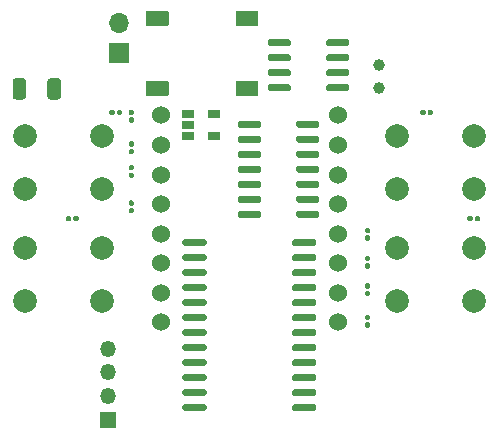
<source format=gts>
G04 #@! TF.GenerationSoftware,KiCad,Pcbnew,5.1.10*
G04 #@! TF.CreationDate,2021-12-20T19:27:34-06:00*
G04 #@! TF.ProjectId,notawatch,6e6f7461-7761-4746-9368-2e6b69636164,rev?*
G04 #@! TF.SameCoordinates,Original*
G04 #@! TF.FileFunction,Soldermask,Top*
G04 #@! TF.FilePolarity,Negative*
%FSLAX46Y46*%
G04 Gerber Fmt 4.6, Leading zero omitted, Abs format (unit mm)*
G04 Created by KiCad (PCBNEW 5.1.10) date 2021-12-20 19:27:34*
%MOMM*%
%LPD*%
G01*
G04 APERTURE LIST*
%ADD10C,0.100000*%
%ADD11O,1.350000X1.350000*%
%ADD12R,1.350000X1.350000*%
%ADD13C,1.000000*%
%ADD14C,1.524000*%
%ADD15C,2.000000*%
%ADD16R,1.060000X0.650000*%
%ADD17R,1.700000X1.700000*%
%ADD18O,1.700000X1.700000*%
G04 APERTURE END LIST*
D10*
G36*
X152689755Y-91350961D02*
G01*
X152699134Y-91353806D01*
X152707779Y-91358427D01*
X152715355Y-91364645D01*
X152721573Y-91372221D01*
X152726194Y-91380866D01*
X152729039Y-91390245D01*
X152730000Y-91400000D01*
X152730000Y-92550000D01*
X152729039Y-92559755D01*
X152726194Y-92569134D01*
X152721573Y-92577779D01*
X152715355Y-92585355D01*
X152707779Y-92591573D01*
X152699134Y-92596194D01*
X152689755Y-92599039D01*
X152680000Y-92600000D01*
X150900000Y-92600000D01*
X150890245Y-92599039D01*
X150880866Y-92596194D01*
X150872221Y-92591573D01*
X150864645Y-92585355D01*
X150858427Y-92577779D01*
X150853806Y-92569134D01*
X150850961Y-92559755D01*
X150850000Y-92550000D01*
X150850000Y-91400000D01*
X150850961Y-91390245D01*
X150853806Y-91380866D01*
X150858427Y-91372221D01*
X150864645Y-91364645D01*
X150872221Y-91358427D01*
X150880866Y-91353806D01*
X150890245Y-91350961D01*
X150900000Y-91350000D01*
X152680000Y-91350000D01*
X152689755Y-91350961D01*
G37*
G36*
X152689755Y-85400961D02*
G01*
X152699134Y-85403806D01*
X152707779Y-85408427D01*
X152715355Y-85414645D01*
X152721573Y-85422221D01*
X152726194Y-85430866D01*
X152729039Y-85440245D01*
X152730000Y-85450000D01*
X152730000Y-86600000D01*
X152729039Y-86609755D01*
X152726194Y-86619134D01*
X152721573Y-86627779D01*
X152715355Y-86635355D01*
X152707779Y-86641573D01*
X152699134Y-86646194D01*
X152689755Y-86649039D01*
X152680000Y-86650000D01*
X150900000Y-86650000D01*
X150890245Y-86649039D01*
X150880866Y-86646194D01*
X150872221Y-86641573D01*
X150864645Y-86635355D01*
X150858427Y-86627779D01*
X150853806Y-86619134D01*
X150850961Y-86609755D01*
X150850000Y-86600000D01*
X150850000Y-85450000D01*
X150850961Y-85440245D01*
X150853806Y-85430866D01*
X150858427Y-85422221D01*
X150864645Y-85414645D01*
X150872221Y-85408427D01*
X150880866Y-85403806D01*
X150890245Y-85400961D01*
X150900000Y-85400000D01*
X152680000Y-85400000D01*
X152689755Y-85400961D01*
G37*
G36*
X145109755Y-91350961D02*
G01*
X145119134Y-91353806D01*
X145127779Y-91358427D01*
X145135355Y-91364645D01*
X145141573Y-91372221D01*
X145146194Y-91380866D01*
X145149039Y-91390245D01*
X145150000Y-91400000D01*
X145150000Y-92550000D01*
X145149039Y-92559755D01*
X145146194Y-92569134D01*
X145141573Y-92577779D01*
X145135355Y-92585355D01*
X145127779Y-92591573D01*
X145119134Y-92596194D01*
X145109755Y-92599039D01*
X145100000Y-92600000D01*
X143320000Y-92600000D01*
X143310245Y-92599039D01*
X143300866Y-92596194D01*
X143292221Y-92591573D01*
X143284645Y-92585355D01*
X143278427Y-92577779D01*
X143273806Y-92569134D01*
X143270961Y-92559755D01*
X143270000Y-92550000D01*
X143270000Y-91400000D01*
X143270961Y-91390245D01*
X143273806Y-91380866D01*
X143278427Y-91372221D01*
X143284645Y-91364645D01*
X143292221Y-91358427D01*
X143300866Y-91353806D01*
X143310245Y-91350961D01*
X143320000Y-91350000D01*
X145100000Y-91350000D01*
X145109755Y-91350961D01*
G37*
G36*
X145109755Y-85400961D02*
G01*
X145119134Y-85403806D01*
X145127779Y-85408427D01*
X145135355Y-85414645D01*
X145141573Y-85422221D01*
X145146194Y-85430866D01*
X145149039Y-85440245D01*
X145150000Y-85450000D01*
X145150000Y-86600000D01*
X145149039Y-86609755D01*
X145146194Y-86619134D01*
X145141573Y-86627779D01*
X145135355Y-86635355D01*
X145127779Y-86641573D01*
X145119134Y-86646194D01*
X145109755Y-86649039D01*
X145100000Y-86650000D01*
X143320000Y-86650000D01*
X143310245Y-86649039D01*
X143300866Y-86646194D01*
X143292221Y-86641573D01*
X143284645Y-86635355D01*
X143278427Y-86627779D01*
X143273806Y-86619134D01*
X143270961Y-86609755D01*
X143270000Y-86600000D01*
X143270000Y-85450000D01*
X143270961Y-85440245D01*
X143273806Y-85430866D01*
X143278427Y-85422221D01*
X143284645Y-85414645D01*
X143292221Y-85408427D01*
X143300866Y-85403806D01*
X143310245Y-85400961D01*
X143320000Y-85400000D01*
X145100000Y-85400000D01*
X145109755Y-85400961D01*
G37*
G36*
G01*
X131950000Y-92650001D02*
X131950000Y-91349999D01*
G75*
G02*
X132199999Y-91100000I249999J0D01*
G01*
X132850001Y-91100000D01*
G75*
G02*
X133100000Y-91349999I0J-249999D01*
G01*
X133100000Y-92650001D01*
G75*
G02*
X132850001Y-92900000I-249999J0D01*
G01*
X132199999Y-92900000D01*
G75*
G02*
X131950000Y-92650001I0J249999D01*
G01*
G37*
G36*
G01*
X134900000Y-92650001D02*
X134900000Y-91349999D01*
G75*
G02*
X135149999Y-91100000I249999J0D01*
G01*
X135800001Y-91100000D01*
G75*
G02*
X136050000Y-91349999I0J-249999D01*
G01*
X136050000Y-92650001D01*
G75*
G02*
X135800001Y-92900000I-249999J0D01*
G01*
X135149999Y-92900000D01*
G75*
G02*
X134900000Y-92650001I0J249999D01*
G01*
G37*
D11*
X140000000Y-114000000D03*
X140000000Y-116000000D03*
X140000000Y-118000000D03*
D12*
X140000000Y-120000000D03*
G36*
G01*
X155975000Y-95150000D02*
X155975000Y-94850000D01*
G75*
G02*
X156125000Y-94700000I150000J0D01*
G01*
X157775000Y-94700000D01*
G75*
G02*
X157925000Y-94850000I0J-150000D01*
G01*
X157925000Y-95150000D01*
G75*
G02*
X157775000Y-95300000I-150000J0D01*
G01*
X156125000Y-95300000D01*
G75*
G02*
X155975000Y-95150000I0J150000D01*
G01*
G37*
G36*
G01*
X155975000Y-96420000D02*
X155975000Y-96120000D01*
G75*
G02*
X156125000Y-95970000I150000J0D01*
G01*
X157775000Y-95970000D01*
G75*
G02*
X157925000Y-96120000I0J-150000D01*
G01*
X157925000Y-96420000D01*
G75*
G02*
X157775000Y-96570000I-150000J0D01*
G01*
X156125000Y-96570000D01*
G75*
G02*
X155975000Y-96420000I0J150000D01*
G01*
G37*
G36*
G01*
X155975000Y-97690000D02*
X155975000Y-97390000D01*
G75*
G02*
X156125000Y-97240000I150000J0D01*
G01*
X157775000Y-97240000D01*
G75*
G02*
X157925000Y-97390000I0J-150000D01*
G01*
X157925000Y-97690000D01*
G75*
G02*
X157775000Y-97840000I-150000J0D01*
G01*
X156125000Y-97840000D01*
G75*
G02*
X155975000Y-97690000I0J150000D01*
G01*
G37*
G36*
G01*
X155975000Y-98960000D02*
X155975000Y-98660000D01*
G75*
G02*
X156125000Y-98510000I150000J0D01*
G01*
X157775000Y-98510000D01*
G75*
G02*
X157925000Y-98660000I0J-150000D01*
G01*
X157925000Y-98960000D01*
G75*
G02*
X157775000Y-99110000I-150000J0D01*
G01*
X156125000Y-99110000D01*
G75*
G02*
X155975000Y-98960000I0J150000D01*
G01*
G37*
G36*
G01*
X155975000Y-100230000D02*
X155975000Y-99930000D01*
G75*
G02*
X156125000Y-99780000I150000J0D01*
G01*
X157775000Y-99780000D01*
G75*
G02*
X157925000Y-99930000I0J-150000D01*
G01*
X157925000Y-100230000D01*
G75*
G02*
X157775000Y-100380000I-150000J0D01*
G01*
X156125000Y-100380000D01*
G75*
G02*
X155975000Y-100230000I0J150000D01*
G01*
G37*
G36*
G01*
X155975000Y-101500000D02*
X155975000Y-101200000D01*
G75*
G02*
X156125000Y-101050000I150000J0D01*
G01*
X157775000Y-101050000D01*
G75*
G02*
X157925000Y-101200000I0J-150000D01*
G01*
X157925000Y-101500000D01*
G75*
G02*
X157775000Y-101650000I-150000J0D01*
G01*
X156125000Y-101650000D01*
G75*
G02*
X155975000Y-101500000I0J150000D01*
G01*
G37*
G36*
G01*
X155975000Y-102770000D02*
X155975000Y-102470000D01*
G75*
G02*
X156125000Y-102320000I150000J0D01*
G01*
X157775000Y-102320000D01*
G75*
G02*
X157925000Y-102470000I0J-150000D01*
G01*
X157925000Y-102770000D01*
G75*
G02*
X157775000Y-102920000I-150000J0D01*
G01*
X156125000Y-102920000D01*
G75*
G02*
X155975000Y-102770000I0J150000D01*
G01*
G37*
G36*
G01*
X151025000Y-102770000D02*
X151025000Y-102470000D01*
G75*
G02*
X151175000Y-102320000I150000J0D01*
G01*
X152825000Y-102320000D01*
G75*
G02*
X152975000Y-102470000I0J-150000D01*
G01*
X152975000Y-102770000D01*
G75*
G02*
X152825000Y-102920000I-150000J0D01*
G01*
X151175000Y-102920000D01*
G75*
G02*
X151025000Y-102770000I0J150000D01*
G01*
G37*
G36*
G01*
X151025000Y-101500000D02*
X151025000Y-101200000D01*
G75*
G02*
X151175000Y-101050000I150000J0D01*
G01*
X152825000Y-101050000D01*
G75*
G02*
X152975000Y-101200000I0J-150000D01*
G01*
X152975000Y-101500000D01*
G75*
G02*
X152825000Y-101650000I-150000J0D01*
G01*
X151175000Y-101650000D01*
G75*
G02*
X151025000Y-101500000I0J150000D01*
G01*
G37*
G36*
G01*
X151025000Y-100230000D02*
X151025000Y-99930000D01*
G75*
G02*
X151175000Y-99780000I150000J0D01*
G01*
X152825000Y-99780000D01*
G75*
G02*
X152975000Y-99930000I0J-150000D01*
G01*
X152975000Y-100230000D01*
G75*
G02*
X152825000Y-100380000I-150000J0D01*
G01*
X151175000Y-100380000D01*
G75*
G02*
X151025000Y-100230000I0J150000D01*
G01*
G37*
G36*
G01*
X151025000Y-98960000D02*
X151025000Y-98660000D01*
G75*
G02*
X151175000Y-98510000I150000J0D01*
G01*
X152825000Y-98510000D01*
G75*
G02*
X152975000Y-98660000I0J-150000D01*
G01*
X152975000Y-98960000D01*
G75*
G02*
X152825000Y-99110000I-150000J0D01*
G01*
X151175000Y-99110000D01*
G75*
G02*
X151025000Y-98960000I0J150000D01*
G01*
G37*
G36*
G01*
X151025000Y-97690000D02*
X151025000Y-97390000D01*
G75*
G02*
X151175000Y-97240000I150000J0D01*
G01*
X152825000Y-97240000D01*
G75*
G02*
X152975000Y-97390000I0J-150000D01*
G01*
X152975000Y-97690000D01*
G75*
G02*
X152825000Y-97840000I-150000J0D01*
G01*
X151175000Y-97840000D01*
G75*
G02*
X151025000Y-97690000I0J150000D01*
G01*
G37*
G36*
G01*
X151025000Y-96420000D02*
X151025000Y-96120000D01*
G75*
G02*
X151175000Y-95970000I150000J0D01*
G01*
X152825000Y-95970000D01*
G75*
G02*
X152975000Y-96120000I0J-150000D01*
G01*
X152975000Y-96420000D01*
G75*
G02*
X152825000Y-96570000I-150000J0D01*
G01*
X151175000Y-96570000D01*
G75*
G02*
X151025000Y-96420000I0J150000D01*
G01*
G37*
G36*
G01*
X151025000Y-95150000D02*
X151025000Y-94850000D01*
G75*
G02*
X151175000Y-94700000I150000J0D01*
G01*
X152825000Y-94700000D01*
G75*
G02*
X152975000Y-94850000I0J-150000D01*
G01*
X152975000Y-95150000D01*
G75*
G02*
X152825000Y-95300000I-150000J0D01*
G01*
X151175000Y-95300000D01*
G75*
G02*
X151025000Y-95150000I0J150000D01*
G01*
G37*
D13*
X163000000Y-90000000D03*
X163000000Y-91900000D03*
D14*
X159500000Y-111750000D03*
X159500000Y-109250000D03*
X159500000Y-106750000D03*
X159500000Y-104250000D03*
X159500000Y-94250000D03*
X159500000Y-96750000D03*
X159500000Y-99250000D03*
X159500000Y-101750000D03*
X144500000Y-111750000D03*
X144500000Y-109250000D03*
X144500000Y-106750000D03*
X144500000Y-94250000D03*
X144500000Y-96750000D03*
X144500000Y-99250000D03*
X144500000Y-104250000D03*
X144500000Y-101750000D03*
G36*
G01*
X155625000Y-105165000D02*
X155625000Y-104865000D01*
G75*
G02*
X155775000Y-104715000I150000J0D01*
G01*
X157525000Y-104715000D01*
G75*
G02*
X157675000Y-104865000I0J-150000D01*
G01*
X157675000Y-105165000D01*
G75*
G02*
X157525000Y-105315000I-150000J0D01*
G01*
X155775000Y-105315000D01*
G75*
G02*
X155625000Y-105165000I0J150000D01*
G01*
G37*
G36*
G01*
X155625000Y-106435000D02*
X155625000Y-106135000D01*
G75*
G02*
X155775000Y-105985000I150000J0D01*
G01*
X157525000Y-105985000D01*
G75*
G02*
X157675000Y-106135000I0J-150000D01*
G01*
X157675000Y-106435000D01*
G75*
G02*
X157525000Y-106585000I-150000J0D01*
G01*
X155775000Y-106585000D01*
G75*
G02*
X155625000Y-106435000I0J150000D01*
G01*
G37*
G36*
G01*
X155625000Y-107705000D02*
X155625000Y-107405000D01*
G75*
G02*
X155775000Y-107255000I150000J0D01*
G01*
X157525000Y-107255000D01*
G75*
G02*
X157675000Y-107405000I0J-150000D01*
G01*
X157675000Y-107705000D01*
G75*
G02*
X157525000Y-107855000I-150000J0D01*
G01*
X155775000Y-107855000D01*
G75*
G02*
X155625000Y-107705000I0J150000D01*
G01*
G37*
G36*
G01*
X155625000Y-108975000D02*
X155625000Y-108675000D01*
G75*
G02*
X155775000Y-108525000I150000J0D01*
G01*
X157525000Y-108525000D01*
G75*
G02*
X157675000Y-108675000I0J-150000D01*
G01*
X157675000Y-108975000D01*
G75*
G02*
X157525000Y-109125000I-150000J0D01*
G01*
X155775000Y-109125000D01*
G75*
G02*
X155625000Y-108975000I0J150000D01*
G01*
G37*
G36*
G01*
X155625000Y-110245000D02*
X155625000Y-109945000D01*
G75*
G02*
X155775000Y-109795000I150000J0D01*
G01*
X157525000Y-109795000D01*
G75*
G02*
X157675000Y-109945000I0J-150000D01*
G01*
X157675000Y-110245000D01*
G75*
G02*
X157525000Y-110395000I-150000J0D01*
G01*
X155775000Y-110395000D01*
G75*
G02*
X155625000Y-110245000I0J150000D01*
G01*
G37*
G36*
G01*
X155625000Y-111515000D02*
X155625000Y-111215000D01*
G75*
G02*
X155775000Y-111065000I150000J0D01*
G01*
X157525000Y-111065000D01*
G75*
G02*
X157675000Y-111215000I0J-150000D01*
G01*
X157675000Y-111515000D01*
G75*
G02*
X157525000Y-111665000I-150000J0D01*
G01*
X155775000Y-111665000D01*
G75*
G02*
X155625000Y-111515000I0J150000D01*
G01*
G37*
G36*
G01*
X155625000Y-112785000D02*
X155625000Y-112485000D01*
G75*
G02*
X155775000Y-112335000I150000J0D01*
G01*
X157525000Y-112335000D01*
G75*
G02*
X157675000Y-112485000I0J-150000D01*
G01*
X157675000Y-112785000D01*
G75*
G02*
X157525000Y-112935000I-150000J0D01*
G01*
X155775000Y-112935000D01*
G75*
G02*
X155625000Y-112785000I0J150000D01*
G01*
G37*
G36*
G01*
X155625000Y-114055000D02*
X155625000Y-113755000D01*
G75*
G02*
X155775000Y-113605000I150000J0D01*
G01*
X157525000Y-113605000D01*
G75*
G02*
X157675000Y-113755000I0J-150000D01*
G01*
X157675000Y-114055000D01*
G75*
G02*
X157525000Y-114205000I-150000J0D01*
G01*
X155775000Y-114205000D01*
G75*
G02*
X155625000Y-114055000I0J150000D01*
G01*
G37*
G36*
G01*
X155625000Y-115325000D02*
X155625000Y-115025000D01*
G75*
G02*
X155775000Y-114875000I150000J0D01*
G01*
X157525000Y-114875000D01*
G75*
G02*
X157675000Y-115025000I0J-150000D01*
G01*
X157675000Y-115325000D01*
G75*
G02*
X157525000Y-115475000I-150000J0D01*
G01*
X155775000Y-115475000D01*
G75*
G02*
X155625000Y-115325000I0J150000D01*
G01*
G37*
G36*
G01*
X155625000Y-116595000D02*
X155625000Y-116295000D01*
G75*
G02*
X155775000Y-116145000I150000J0D01*
G01*
X157525000Y-116145000D01*
G75*
G02*
X157675000Y-116295000I0J-150000D01*
G01*
X157675000Y-116595000D01*
G75*
G02*
X157525000Y-116745000I-150000J0D01*
G01*
X155775000Y-116745000D01*
G75*
G02*
X155625000Y-116595000I0J150000D01*
G01*
G37*
G36*
G01*
X155625000Y-117865000D02*
X155625000Y-117565000D01*
G75*
G02*
X155775000Y-117415000I150000J0D01*
G01*
X157525000Y-117415000D01*
G75*
G02*
X157675000Y-117565000I0J-150000D01*
G01*
X157675000Y-117865000D01*
G75*
G02*
X157525000Y-118015000I-150000J0D01*
G01*
X155775000Y-118015000D01*
G75*
G02*
X155625000Y-117865000I0J150000D01*
G01*
G37*
G36*
G01*
X155625000Y-119135000D02*
X155625000Y-118835000D01*
G75*
G02*
X155775000Y-118685000I150000J0D01*
G01*
X157525000Y-118685000D01*
G75*
G02*
X157675000Y-118835000I0J-150000D01*
G01*
X157675000Y-119135000D01*
G75*
G02*
X157525000Y-119285000I-150000J0D01*
G01*
X155775000Y-119285000D01*
G75*
G02*
X155625000Y-119135000I0J150000D01*
G01*
G37*
G36*
G01*
X146325000Y-119135000D02*
X146325000Y-118835000D01*
G75*
G02*
X146475000Y-118685000I150000J0D01*
G01*
X148225000Y-118685000D01*
G75*
G02*
X148375000Y-118835000I0J-150000D01*
G01*
X148375000Y-119135000D01*
G75*
G02*
X148225000Y-119285000I-150000J0D01*
G01*
X146475000Y-119285000D01*
G75*
G02*
X146325000Y-119135000I0J150000D01*
G01*
G37*
G36*
G01*
X146325000Y-117865000D02*
X146325000Y-117565000D01*
G75*
G02*
X146475000Y-117415000I150000J0D01*
G01*
X148225000Y-117415000D01*
G75*
G02*
X148375000Y-117565000I0J-150000D01*
G01*
X148375000Y-117865000D01*
G75*
G02*
X148225000Y-118015000I-150000J0D01*
G01*
X146475000Y-118015000D01*
G75*
G02*
X146325000Y-117865000I0J150000D01*
G01*
G37*
G36*
G01*
X146325000Y-116595000D02*
X146325000Y-116295000D01*
G75*
G02*
X146475000Y-116145000I150000J0D01*
G01*
X148225000Y-116145000D01*
G75*
G02*
X148375000Y-116295000I0J-150000D01*
G01*
X148375000Y-116595000D01*
G75*
G02*
X148225000Y-116745000I-150000J0D01*
G01*
X146475000Y-116745000D01*
G75*
G02*
X146325000Y-116595000I0J150000D01*
G01*
G37*
G36*
G01*
X146325000Y-115325000D02*
X146325000Y-115025000D01*
G75*
G02*
X146475000Y-114875000I150000J0D01*
G01*
X148225000Y-114875000D01*
G75*
G02*
X148375000Y-115025000I0J-150000D01*
G01*
X148375000Y-115325000D01*
G75*
G02*
X148225000Y-115475000I-150000J0D01*
G01*
X146475000Y-115475000D01*
G75*
G02*
X146325000Y-115325000I0J150000D01*
G01*
G37*
G36*
G01*
X146325000Y-114055000D02*
X146325000Y-113755000D01*
G75*
G02*
X146475000Y-113605000I150000J0D01*
G01*
X148225000Y-113605000D01*
G75*
G02*
X148375000Y-113755000I0J-150000D01*
G01*
X148375000Y-114055000D01*
G75*
G02*
X148225000Y-114205000I-150000J0D01*
G01*
X146475000Y-114205000D01*
G75*
G02*
X146325000Y-114055000I0J150000D01*
G01*
G37*
G36*
G01*
X146325000Y-112785000D02*
X146325000Y-112485000D01*
G75*
G02*
X146475000Y-112335000I150000J0D01*
G01*
X148225000Y-112335000D01*
G75*
G02*
X148375000Y-112485000I0J-150000D01*
G01*
X148375000Y-112785000D01*
G75*
G02*
X148225000Y-112935000I-150000J0D01*
G01*
X146475000Y-112935000D01*
G75*
G02*
X146325000Y-112785000I0J150000D01*
G01*
G37*
G36*
G01*
X146325000Y-111515000D02*
X146325000Y-111215000D01*
G75*
G02*
X146475000Y-111065000I150000J0D01*
G01*
X148225000Y-111065000D01*
G75*
G02*
X148375000Y-111215000I0J-150000D01*
G01*
X148375000Y-111515000D01*
G75*
G02*
X148225000Y-111665000I-150000J0D01*
G01*
X146475000Y-111665000D01*
G75*
G02*
X146325000Y-111515000I0J150000D01*
G01*
G37*
G36*
G01*
X146325000Y-110245000D02*
X146325000Y-109945000D01*
G75*
G02*
X146475000Y-109795000I150000J0D01*
G01*
X148225000Y-109795000D01*
G75*
G02*
X148375000Y-109945000I0J-150000D01*
G01*
X148375000Y-110245000D01*
G75*
G02*
X148225000Y-110395000I-150000J0D01*
G01*
X146475000Y-110395000D01*
G75*
G02*
X146325000Y-110245000I0J150000D01*
G01*
G37*
G36*
G01*
X146325000Y-108975000D02*
X146325000Y-108675000D01*
G75*
G02*
X146475000Y-108525000I150000J0D01*
G01*
X148225000Y-108525000D01*
G75*
G02*
X148375000Y-108675000I0J-150000D01*
G01*
X148375000Y-108975000D01*
G75*
G02*
X148225000Y-109125000I-150000J0D01*
G01*
X146475000Y-109125000D01*
G75*
G02*
X146325000Y-108975000I0J150000D01*
G01*
G37*
G36*
G01*
X146325000Y-107705000D02*
X146325000Y-107405000D01*
G75*
G02*
X146475000Y-107255000I150000J0D01*
G01*
X148225000Y-107255000D01*
G75*
G02*
X148375000Y-107405000I0J-150000D01*
G01*
X148375000Y-107705000D01*
G75*
G02*
X148225000Y-107855000I-150000J0D01*
G01*
X146475000Y-107855000D01*
G75*
G02*
X146325000Y-107705000I0J150000D01*
G01*
G37*
G36*
G01*
X146325000Y-106435000D02*
X146325000Y-106135000D01*
G75*
G02*
X146475000Y-105985000I150000J0D01*
G01*
X148225000Y-105985000D01*
G75*
G02*
X148375000Y-106135000I0J-150000D01*
G01*
X148375000Y-106435000D01*
G75*
G02*
X148225000Y-106585000I-150000J0D01*
G01*
X146475000Y-106585000D01*
G75*
G02*
X146325000Y-106435000I0J150000D01*
G01*
G37*
G36*
G01*
X146325000Y-105165000D02*
X146325000Y-104865000D01*
G75*
G02*
X146475000Y-104715000I150000J0D01*
G01*
X148225000Y-104715000D01*
G75*
G02*
X148375000Y-104865000I0J-150000D01*
G01*
X148375000Y-105165000D01*
G75*
G02*
X148225000Y-105315000I-150000J0D01*
G01*
X146475000Y-105315000D01*
G75*
G02*
X146325000Y-105165000I0J150000D01*
G01*
G37*
G36*
G01*
X160450000Y-91755000D02*
X160450000Y-92055000D01*
G75*
G02*
X160300000Y-92205000I-150000J0D01*
G01*
X158650000Y-92205000D01*
G75*
G02*
X158500000Y-92055000I0J150000D01*
G01*
X158500000Y-91755000D01*
G75*
G02*
X158650000Y-91605000I150000J0D01*
G01*
X160300000Y-91605000D01*
G75*
G02*
X160450000Y-91755000I0J-150000D01*
G01*
G37*
G36*
G01*
X160450000Y-90485000D02*
X160450000Y-90785000D01*
G75*
G02*
X160300000Y-90935000I-150000J0D01*
G01*
X158650000Y-90935000D01*
G75*
G02*
X158500000Y-90785000I0J150000D01*
G01*
X158500000Y-90485000D01*
G75*
G02*
X158650000Y-90335000I150000J0D01*
G01*
X160300000Y-90335000D01*
G75*
G02*
X160450000Y-90485000I0J-150000D01*
G01*
G37*
G36*
G01*
X160450000Y-89215000D02*
X160450000Y-89515000D01*
G75*
G02*
X160300000Y-89665000I-150000J0D01*
G01*
X158650000Y-89665000D01*
G75*
G02*
X158500000Y-89515000I0J150000D01*
G01*
X158500000Y-89215000D01*
G75*
G02*
X158650000Y-89065000I150000J0D01*
G01*
X160300000Y-89065000D01*
G75*
G02*
X160450000Y-89215000I0J-150000D01*
G01*
G37*
G36*
G01*
X160450000Y-87945000D02*
X160450000Y-88245000D01*
G75*
G02*
X160300000Y-88395000I-150000J0D01*
G01*
X158650000Y-88395000D01*
G75*
G02*
X158500000Y-88245000I0J150000D01*
G01*
X158500000Y-87945000D01*
G75*
G02*
X158650000Y-87795000I150000J0D01*
G01*
X160300000Y-87795000D01*
G75*
G02*
X160450000Y-87945000I0J-150000D01*
G01*
G37*
G36*
G01*
X155500000Y-87945000D02*
X155500000Y-88245000D01*
G75*
G02*
X155350000Y-88395000I-150000J0D01*
G01*
X153700000Y-88395000D01*
G75*
G02*
X153550000Y-88245000I0J150000D01*
G01*
X153550000Y-87945000D01*
G75*
G02*
X153700000Y-87795000I150000J0D01*
G01*
X155350000Y-87795000D01*
G75*
G02*
X155500000Y-87945000I0J-150000D01*
G01*
G37*
G36*
G01*
X155500000Y-89215000D02*
X155500000Y-89515000D01*
G75*
G02*
X155350000Y-89665000I-150000J0D01*
G01*
X153700000Y-89665000D01*
G75*
G02*
X153550000Y-89515000I0J150000D01*
G01*
X153550000Y-89215000D01*
G75*
G02*
X153700000Y-89065000I150000J0D01*
G01*
X155350000Y-89065000D01*
G75*
G02*
X155500000Y-89215000I0J-150000D01*
G01*
G37*
G36*
G01*
X155500000Y-90485000D02*
X155500000Y-90785000D01*
G75*
G02*
X155350000Y-90935000I-150000J0D01*
G01*
X153700000Y-90935000D01*
G75*
G02*
X153550000Y-90785000I0J150000D01*
G01*
X153550000Y-90485000D01*
G75*
G02*
X153700000Y-90335000I150000J0D01*
G01*
X155350000Y-90335000D01*
G75*
G02*
X155500000Y-90485000I0J-150000D01*
G01*
G37*
G36*
G01*
X155500000Y-91755000D02*
X155500000Y-92055000D01*
G75*
G02*
X155350000Y-92205000I-150000J0D01*
G01*
X153700000Y-92205000D01*
G75*
G02*
X153550000Y-92055000I0J150000D01*
G01*
X153550000Y-91755000D01*
G75*
G02*
X153700000Y-91605000I150000J0D01*
G01*
X155350000Y-91605000D01*
G75*
G02*
X155500000Y-91755000I0J-150000D01*
G01*
G37*
D15*
X171000000Y-105500000D03*
X171000000Y-110000000D03*
X164500000Y-105500000D03*
X164500000Y-110000000D03*
X171000000Y-96000000D03*
X171000000Y-100500000D03*
X164500000Y-96000000D03*
X164500000Y-100500000D03*
X139500000Y-105500000D03*
X139500000Y-110000000D03*
X133000000Y-105500000D03*
X133000000Y-110000000D03*
X139500000Y-96000000D03*
X139500000Y-100500000D03*
X133000000Y-96000000D03*
X133000000Y-100500000D03*
G36*
G01*
X161900000Y-109090000D02*
X162100000Y-109090000D01*
G75*
G02*
X162200000Y-109190000I0J-100000D01*
G01*
X162200000Y-109450000D01*
G75*
G02*
X162100000Y-109550000I-100000J0D01*
G01*
X161900000Y-109550000D01*
G75*
G02*
X161800000Y-109450000I0J100000D01*
G01*
X161800000Y-109190000D01*
G75*
G02*
X161900000Y-109090000I100000J0D01*
G01*
G37*
G36*
G01*
X161900000Y-108450000D02*
X162100000Y-108450000D01*
G75*
G02*
X162200000Y-108550000I0J-100000D01*
G01*
X162200000Y-108810000D01*
G75*
G02*
X162100000Y-108910000I-100000J0D01*
G01*
X161900000Y-108910000D01*
G75*
G02*
X161800000Y-108810000I0J100000D01*
G01*
X161800000Y-108550000D01*
G75*
G02*
X161900000Y-108450000I100000J0D01*
G01*
G37*
G36*
G01*
X162100000Y-104230000D02*
X161900000Y-104230000D01*
G75*
G02*
X161800000Y-104130000I0J100000D01*
G01*
X161800000Y-103870000D01*
G75*
G02*
X161900000Y-103770000I100000J0D01*
G01*
X162100000Y-103770000D01*
G75*
G02*
X162200000Y-103870000I0J-100000D01*
G01*
X162200000Y-104130000D01*
G75*
G02*
X162100000Y-104230000I-100000J0D01*
G01*
G37*
G36*
G01*
X162100000Y-104870000D02*
X161900000Y-104870000D01*
G75*
G02*
X161800000Y-104770000I0J100000D01*
G01*
X161800000Y-104510000D01*
G75*
G02*
X161900000Y-104410000I100000J0D01*
G01*
X162100000Y-104410000D01*
G75*
G02*
X162200000Y-104510000I0J-100000D01*
G01*
X162200000Y-104770000D01*
G75*
G02*
X162100000Y-104870000I-100000J0D01*
G01*
G37*
G36*
G01*
X161900000Y-111770000D02*
X162100000Y-111770000D01*
G75*
G02*
X162200000Y-111870000I0J-100000D01*
G01*
X162200000Y-112130000D01*
G75*
G02*
X162100000Y-112230000I-100000J0D01*
G01*
X161900000Y-112230000D01*
G75*
G02*
X161800000Y-112130000I0J100000D01*
G01*
X161800000Y-111870000D01*
G75*
G02*
X161900000Y-111770000I100000J0D01*
G01*
G37*
G36*
G01*
X161900000Y-111130000D02*
X162100000Y-111130000D01*
G75*
G02*
X162200000Y-111230000I0J-100000D01*
G01*
X162200000Y-111490000D01*
G75*
G02*
X162100000Y-111590000I-100000J0D01*
G01*
X161900000Y-111590000D01*
G75*
G02*
X161800000Y-111490000I0J100000D01*
G01*
X161800000Y-111230000D01*
G75*
G02*
X161900000Y-111130000I100000J0D01*
G01*
G37*
G36*
G01*
X161900000Y-106770000D02*
X162100000Y-106770000D01*
G75*
G02*
X162200000Y-106870000I0J-100000D01*
G01*
X162200000Y-107130000D01*
G75*
G02*
X162100000Y-107230000I-100000J0D01*
G01*
X161900000Y-107230000D01*
G75*
G02*
X161800000Y-107130000I0J100000D01*
G01*
X161800000Y-106870000D01*
G75*
G02*
X161900000Y-106770000I100000J0D01*
G01*
G37*
G36*
G01*
X161900000Y-106130000D02*
X162100000Y-106130000D01*
G75*
G02*
X162200000Y-106230000I0J-100000D01*
G01*
X162200000Y-106490000D01*
G75*
G02*
X162100000Y-106590000I-100000J0D01*
G01*
X161900000Y-106590000D01*
G75*
G02*
X161800000Y-106490000I0J100000D01*
G01*
X161800000Y-106230000D01*
G75*
G02*
X161900000Y-106130000I100000J0D01*
G01*
G37*
G36*
G01*
X141900000Y-99090000D02*
X142100000Y-99090000D01*
G75*
G02*
X142200000Y-99190000I0J-100000D01*
G01*
X142200000Y-99450000D01*
G75*
G02*
X142100000Y-99550000I-100000J0D01*
G01*
X141900000Y-99550000D01*
G75*
G02*
X141800000Y-99450000I0J100000D01*
G01*
X141800000Y-99190000D01*
G75*
G02*
X141900000Y-99090000I100000J0D01*
G01*
G37*
G36*
G01*
X141900000Y-98450000D02*
X142100000Y-98450000D01*
G75*
G02*
X142200000Y-98550000I0J-100000D01*
G01*
X142200000Y-98810000D01*
G75*
G02*
X142100000Y-98910000I-100000J0D01*
G01*
X141900000Y-98910000D01*
G75*
G02*
X141800000Y-98810000I0J100000D01*
G01*
X141800000Y-98550000D01*
G75*
G02*
X141900000Y-98450000I100000J0D01*
G01*
G37*
G36*
G01*
X141900000Y-94410000D02*
X142100000Y-94410000D01*
G75*
G02*
X142200000Y-94510000I0J-100000D01*
G01*
X142200000Y-94770000D01*
G75*
G02*
X142100000Y-94870000I-100000J0D01*
G01*
X141900000Y-94870000D01*
G75*
G02*
X141800000Y-94770000I0J100000D01*
G01*
X141800000Y-94510000D01*
G75*
G02*
X141900000Y-94410000I100000J0D01*
G01*
G37*
G36*
G01*
X141900000Y-93770000D02*
X142100000Y-93770000D01*
G75*
G02*
X142200000Y-93870000I0J-100000D01*
G01*
X142200000Y-94130000D01*
G75*
G02*
X142100000Y-94230000I-100000J0D01*
G01*
X141900000Y-94230000D01*
G75*
G02*
X141800000Y-94130000I0J100000D01*
G01*
X141800000Y-93870000D01*
G75*
G02*
X141900000Y-93770000I100000J0D01*
G01*
G37*
G36*
G01*
X141900000Y-102090000D02*
X142100000Y-102090000D01*
G75*
G02*
X142200000Y-102190000I0J-100000D01*
G01*
X142200000Y-102450000D01*
G75*
G02*
X142100000Y-102550000I-100000J0D01*
G01*
X141900000Y-102550000D01*
G75*
G02*
X141800000Y-102450000I0J100000D01*
G01*
X141800000Y-102190000D01*
G75*
G02*
X141900000Y-102090000I100000J0D01*
G01*
G37*
G36*
G01*
X141900000Y-101450000D02*
X142100000Y-101450000D01*
G75*
G02*
X142200000Y-101550000I0J-100000D01*
G01*
X142200000Y-101810000D01*
G75*
G02*
X142100000Y-101910000I-100000J0D01*
G01*
X141900000Y-101910000D01*
G75*
G02*
X141800000Y-101810000I0J100000D01*
G01*
X141800000Y-101550000D01*
G75*
G02*
X141900000Y-101450000I100000J0D01*
G01*
G37*
G36*
G01*
X141900000Y-97090000D02*
X142100000Y-97090000D01*
G75*
G02*
X142200000Y-97190000I0J-100000D01*
G01*
X142200000Y-97450000D01*
G75*
G02*
X142100000Y-97550000I-100000J0D01*
G01*
X141900000Y-97550000D01*
G75*
G02*
X141800000Y-97450000I0J100000D01*
G01*
X141800000Y-97190000D01*
G75*
G02*
X141900000Y-97090000I100000J0D01*
G01*
G37*
G36*
G01*
X141900000Y-96450000D02*
X142100000Y-96450000D01*
G75*
G02*
X142200000Y-96550000I0J-100000D01*
G01*
X142200000Y-96810000D01*
G75*
G02*
X142100000Y-96910000I-100000J0D01*
G01*
X141900000Y-96910000D01*
G75*
G02*
X141800000Y-96810000I0J100000D01*
G01*
X141800000Y-96550000D01*
G75*
G02*
X141900000Y-96450000I100000J0D01*
G01*
G37*
G36*
G01*
X171090000Y-103100000D02*
X171090000Y-102900000D01*
G75*
G02*
X171190000Y-102800000I100000J0D01*
G01*
X171450000Y-102800000D01*
G75*
G02*
X171550000Y-102900000I0J-100000D01*
G01*
X171550000Y-103100000D01*
G75*
G02*
X171450000Y-103200000I-100000J0D01*
G01*
X171190000Y-103200000D01*
G75*
G02*
X171090000Y-103100000I0J100000D01*
G01*
G37*
G36*
G01*
X170450000Y-103100000D02*
X170450000Y-102900000D01*
G75*
G02*
X170550000Y-102800000I100000J0D01*
G01*
X170810000Y-102800000D01*
G75*
G02*
X170910000Y-102900000I0J-100000D01*
G01*
X170910000Y-103100000D01*
G75*
G02*
X170810000Y-103200000I-100000J0D01*
G01*
X170550000Y-103200000D01*
G75*
G02*
X170450000Y-103100000I0J100000D01*
G01*
G37*
G36*
G01*
X166910000Y-93900000D02*
X166910000Y-94100000D01*
G75*
G02*
X166810000Y-94200000I-100000J0D01*
G01*
X166550000Y-94200000D01*
G75*
G02*
X166450000Y-94100000I0J100000D01*
G01*
X166450000Y-93900000D01*
G75*
G02*
X166550000Y-93800000I100000J0D01*
G01*
X166810000Y-93800000D01*
G75*
G02*
X166910000Y-93900000I0J-100000D01*
G01*
G37*
G36*
G01*
X167550000Y-93900000D02*
X167550000Y-94100000D01*
G75*
G02*
X167450000Y-94200000I-100000J0D01*
G01*
X167190000Y-94200000D01*
G75*
G02*
X167090000Y-94100000I0J100000D01*
G01*
X167090000Y-93900000D01*
G75*
G02*
X167190000Y-93800000I100000J0D01*
G01*
X167450000Y-93800000D01*
G75*
G02*
X167550000Y-93900000I0J-100000D01*
G01*
G37*
G36*
G01*
X140770000Y-94100000D02*
X140770000Y-93900000D01*
G75*
G02*
X140870000Y-93800000I100000J0D01*
G01*
X141130000Y-93800000D01*
G75*
G02*
X141230000Y-93900000I0J-100000D01*
G01*
X141230000Y-94100000D01*
G75*
G02*
X141130000Y-94200000I-100000J0D01*
G01*
X140870000Y-94200000D01*
G75*
G02*
X140770000Y-94100000I0J100000D01*
G01*
G37*
G36*
G01*
X140130000Y-94100000D02*
X140130000Y-93900000D01*
G75*
G02*
X140230000Y-93800000I100000J0D01*
G01*
X140490000Y-93800000D01*
G75*
G02*
X140590000Y-93900000I0J-100000D01*
G01*
X140590000Y-94100000D01*
G75*
G02*
X140490000Y-94200000I-100000J0D01*
G01*
X140230000Y-94200000D01*
G75*
G02*
X140130000Y-94100000I0J100000D01*
G01*
G37*
G36*
G01*
X137090000Y-103100000D02*
X137090000Y-102900000D01*
G75*
G02*
X137190000Y-102800000I100000J0D01*
G01*
X137450000Y-102800000D01*
G75*
G02*
X137550000Y-102900000I0J-100000D01*
G01*
X137550000Y-103100000D01*
G75*
G02*
X137450000Y-103200000I-100000J0D01*
G01*
X137190000Y-103200000D01*
G75*
G02*
X137090000Y-103100000I0J100000D01*
G01*
G37*
G36*
G01*
X136450000Y-103100000D02*
X136450000Y-102900000D01*
G75*
G02*
X136550000Y-102800000I100000J0D01*
G01*
X136810000Y-102800000D01*
G75*
G02*
X136910000Y-102900000I0J-100000D01*
G01*
X136910000Y-103100000D01*
G75*
G02*
X136810000Y-103200000I-100000J0D01*
G01*
X136550000Y-103200000D01*
G75*
G02*
X136450000Y-103100000I0J100000D01*
G01*
G37*
D16*
X146800000Y-94100000D03*
X146800000Y-95050000D03*
X146800000Y-96000000D03*
X149000000Y-96000000D03*
X149000000Y-94100000D03*
D17*
X141000000Y-89000000D03*
D18*
X141000000Y-86460000D03*
M02*

</source>
